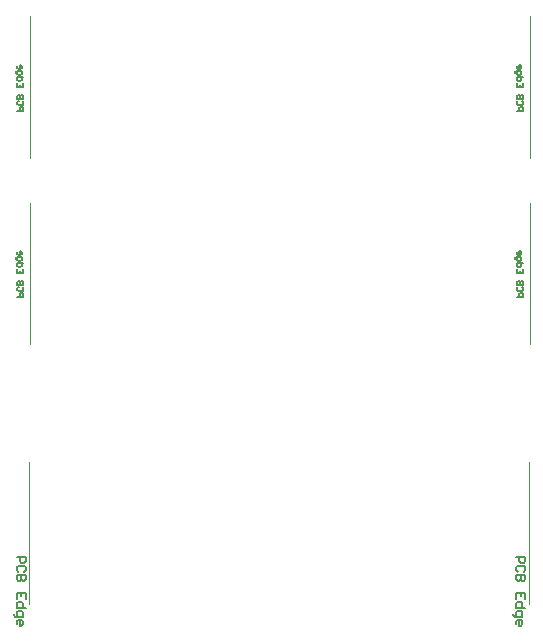
<source format=gm1>
G04*
G04 #@! TF.GenerationSoftware,Altium Limited,Altium Designer,22.10.1 (41)*
G04*
G04 Layer_Color=16711935*
%FSTAX24Y24*%
%MOIN*%
G70*
G04*
G04 #@! TF.SameCoordinates,68DEA821-BA8F-46B5-960C-AC53CEFB18E0*
G04*
G04*
G04 #@! TF.FilePolarity,Positive*
G04*
G01*
G75*
%ADD79C,0.0060*%
%ADD84C,0.0039*%
D79*
X020135Y008627D02*
X020435D01*
Y008478D01*
X020385Y008428D01*
X020285D01*
X020235Y008478D01*
Y008627D01*
X020385Y008128D02*
X020435Y008178D01*
Y008278D01*
X020385Y008328D01*
X020185D01*
X020135Y008278D01*
Y008178D01*
X020185Y008128D01*
X020435Y008028D02*
X020135D01*
Y007878D01*
X020185Y007828D01*
X020235D01*
X020285Y007878D01*
Y008028D01*
Y007878D01*
X020335Y007828D01*
X020385D01*
X020435Y007878D01*
Y008028D01*
Y007228D02*
Y007428D01*
X020135D01*
Y007228D01*
X020285Y007428D02*
Y007328D01*
X020435Y006928D02*
X020135D01*
Y007078D01*
X020185Y007128D01*
X020285D01*
X020335Y007078D01*
Y006928D01*
X020035Y006728D02*
Y006678D01*
X020085Y006628D01*
X020335D01*
Y006778D01*
X020285Y006828D01*
X020185D01*
X020135Y006778D01*
Y006628D01*
Y006378D02*
Y006478D01*
X020185Y006528D01*
X020285D01*
X020335Y006478D01*
Y006378D01*
X020285Y006328D01*
X020235D01*
Y006528D01*
X003482Y008627D02*
X003781D01*
Y008478D01*
X003731Y008428D01*
X003631D01*
X003581Y008478D01*
Y008627D01*
X003731Y008128D02*
X003781Y008178D01*
Y008278D01*
X003731Y008328D01*
X003532D01*
X003482Y008278D01*
Y008178D01*
X003532Y008128D01*
X003781Y008028D02*
X003482D01*
Y007878D01*
X003532Y007828D01*
X003581D01*
X003631Y007878D01*
Y008028D01*
Y007878D01*
X003681Y007828D01*
X003731D01*
X003781Y007878D01*
Y008028D01*
Y007228D02*
Y007428D01*
X003482D01*
Y007228D01*
X003631Y007428D02*
Y007328D01*
X003781Y006928D02*
X003482D01*
Y007078D01*
X003532Y007128D01*
X003631D01*
X003681Y007078D01*
Y006928D01*
X003382Y006728D02*
Y006678D01*
X003432Y006628D01*
X003681D01*
Y006778D01*
X003631Y006828D01*
X003532D01*
X003482Y006778D01*
Y006628D01*
Y006378D02*
Y006478D01*
X003532Y006528D01*
X003631D01*
X003681Y006478D01*
Y006378D01*
X003631Y006328D01*
X003581D01*
Y006528D01*
X003504Y023503D02*
X003704D01*
Y023603D01*
X003671Y023636D01*
X003604D01*
X003571Y023603D01*
Y023503D01*
X003671Y023836D02*
X003704Y023803D01*
Y023736D01*
X003671Y023703D01*
X003538D01*
X003504Y023736D01*
Y023803D01*
X003538Y023836D01*
X003704Y023903D02*
X003504D01*
Y024003D01*
X003538Y024036D01*
X003571D01*
X003604Y024003D01*
Y023903D01*
Y024003D01*
X003638Y024036D01*
X003671D01*
X003704Y024003D01*
Y023903D01*
Y024436D02*
Y024303D01*
X003504D01*
Y024436D01*
X003604Y024303D02*
Y02437D01*
X003704Y024636D02*
X003504D01*
Y024536D01*
X003538Y024503D01*
X003604D01*
X003638Y024536D01*
Y024636D01*
X003438Y024769D02*
Y024803D01*
X003471Y024836D01*
X003638D01*
Y024736D01*
X003604Y024703D01*
X003538D01*
X003504Y024736D01*
Y024836D01*
Y025003D02*
Y024936D01*
X003538Y024903D01*
X003604D01*
X003638Y024936D01*
Y025003D01*
X003604Y025036D01*
X003571D01*
Y024903D01*
X020158Y023503D02*
X020358D01*
Y023603D01*
X020325Y023636D01*
X020258D01*
X020225Y023603D01*
Y023503D01*
X020325Y023836D02*
X020358Y023803D01*
Y023736D01*
X020325Y023703D01*
X020191D01*
X020158Y023736D01*
Y023803D01*
X020191Y023836D01*
X020358Y023903D02*
X020158D01*
Y024003D01*
X020191Y024036D01*
X020225D01*
X020258Y024003D01*
Y023903D01*
Y024003D01*
X020291Y024036D01*
X020325D01*
X020358Y024003D01*
Y023903D01*
Y024436D02*
Y024303D01*
X020158D01*
Y024436D01*
X020258Y024303D02*
Y02437D01*
X020358Y024636D02*
X020158D01*
Y024536D01*
X020191Y024503D01*
X020258D01*
X020291Y024536D01*
Y024636D01*
X020091Y024769D02*
Y024803D01*
X020125Y024836D01*
X020291D01*
Y024736D01*
X020258Y024703D01*
X020191D01*
X020158Y024736D01*
Y024836D01*
Y025003D02*
Y024936D01*
X020191Y024903D01*
X020258D01*
X020291Y024936D01*
Y025003D01*
X020258Y025036D01*
X020225D01*
Y024903D01*
X003504Y017283D02*
X003704D01*
Y017383D01*
X003671Y017416D01*
X003604D01*
X003571Y017383D01*
Y017283D01*
X003671Y017616D02*
X003704Y017583D01*
Y017516D01*
X003671Y017483D01*
X003538D01*
X003504Y017516D01*
Y017583D01*
X003538Y017616D01*
X003704Y017683D02*
X003504D01*
Y017783D01*
X003538Y017816D01*
X003571D01*
X003604Y017783D01*
Y017683D01*
Y017783D01*
X003638Y017816D01*
X003671D01*
X003704Y017783D01*
Y017683D01*
Y018216D02*
Y018082D01*
X003504D01*
Y018216D01*
X003604Y018082D02*
Y018149D01*
X003704Y018416D02*
X003504D01*
Y018316D01*
X003538Y018282D01*
X003604D01*
X003638Y018316D01*
Y018416D01*
X003438Y018549D02*
Y018582D01*
X003471Y018616D01*
X003638D01*
Y018516D01*
X003604Y018482D01*
X003538D01*
X003504Y018516D01*
Y018616D01*
Y018782D02*
Y018716D01*
X003538Y018682D01*
X003604D01*
X003638Y018716D01*
Y018782D01*
X003604Y018815D01*
X003571D01*
Y018682D01*
X020158Y017283D02*
X020358D01*
Y017383D01*
X020325Y017416D01*
X020258D01*
X020225Y017383D01*
Y017283D01*
X020325Y017616D02*
X020358Y017583D01*
Y017516D01*
X020325Y017483D01*
X020191D01*
X020158Y017516D01*
Y017583D01*
X020191Y017616D01*
X020358Y017683D02*
X020158D01*
Y017783D01*
X020191Y017816D01*
X020225D01*
X020258Y017783D01*
Y017683D01*
Y017783D01*
X020291Y017816D01*
X020325D01*
X020358Y017783D01*
Y017683D01*
Y018216D02*
Y018082D01*
X020158D01*
Y018216D01*
X020258Y018082D02*
Y018149D01*
X020358Y018416D02*
X020158D01*
Y018316D01*
X020191Y018282D01*
X020258D01*
X020291Y018316D01*
Y018416D01*
X020091Y018549D02*
Y018582D01*
X020125Y018616D01*
X020291D01*
Y018516D01*
X020258Y018482D01*
X020191D01*
X020158Y018516D01*
Y018616D01*
Y018782D02*
Y018716D01*
X020191Y018682D01*
X020258D01*
X020291Y018716D01*
Y018782D01*
X020258Y018815D01*
X020225D01*
Y018682D01*
D84*
X020548Y007053D02*
Y011777D01*
X003895Y007053D02*
Y011777D01*
X003918Y021928D02*
Y026653D01*
X020571Y021928D02*
Y026653D01*
X003918Y015708D02*
Y020432D01*
X020571Y015708D02*
Y020432D01*
M02*

</source>
